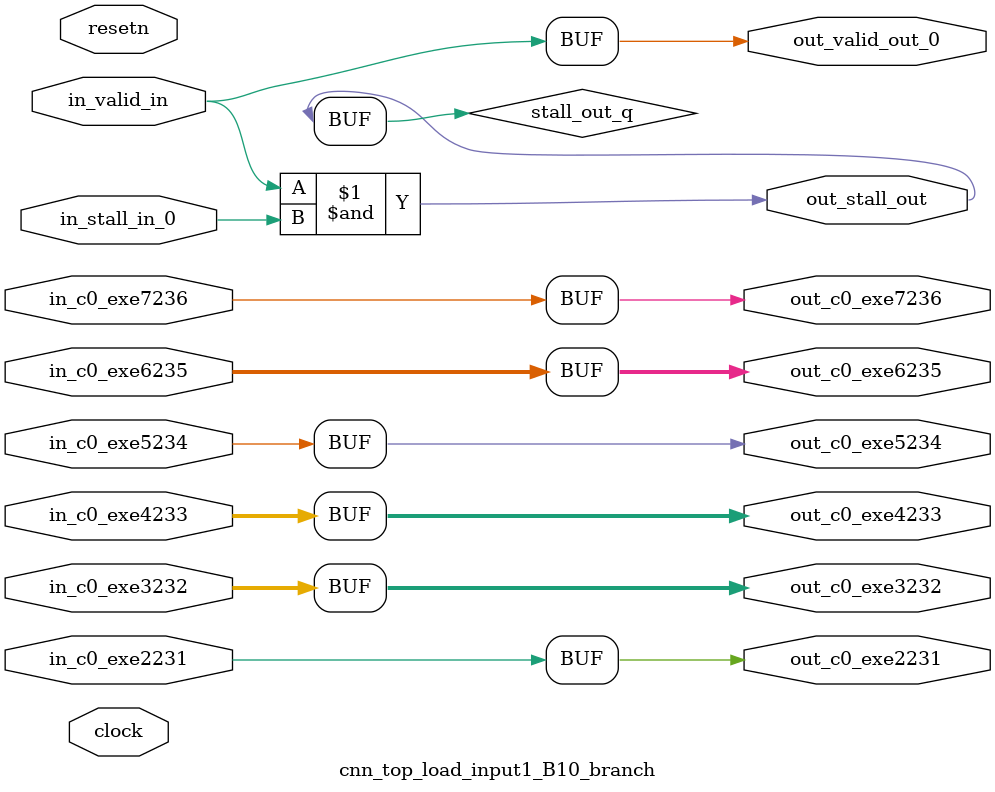
<source format=sv>



(* altera_attribute = "-name AUTO_SHIFT_REGISTER_RECOGNITION OFF; -name MESSAGE_DISABLE 10036; -name MESSAGE_DISABLE 10037; -name MESSAGE_DISABLE 14130; -name MESSAGE_DISABLE 14320; -name MESSAGE_DISABLE 15400; -name MESSAGE_DISABLE 14130; -name MESSAGE_DISABLE 10036; -name MESSAGE_DISABLE 12020; -name MESSAGE_DISABLE 12030; -name MESSAGE_DISABLE 12010; -name MESSAGE_DISABLE 12110; -name MESSAGE_DISABLE 14320; -name MESSAGE_DISABLE 13410; -name MESSAGE_DISABLE 113007; -name MESSAGE_DISABLE 10958" *)
module cnn_top_load_input1_B10_branch (
    input wire [0:0] in_c0_exe2231,
    input wire [31:0] in_c0_exe3232,
    input wire [31:0] in_c0_exe4233,
    input wire [0:0] in_c0_exe5234,
    input wire [31:0] in_c0_exe6235,
    input wire [0:0] in_c0_exe7236,
    input wire [0:0] in_stall_in_0,
    input wire [0:0] in_valid_in,
    output wire [0:0] out_c0_exe2231,
    output wire [31:0] out_c0_exe3232,
    output wire [31:0] out_c0_exe4233,
    output wire [0:0] out_c0_exe5234,
    output wire [31:0] out_c0_exe6235,
    output wire [0:0] out_c0_exe7236,
    output wire [0:0] out_stall_out,
    output wire [0:0] out_valid_out_0,
    input wire clock,
    input wire resetn
    );

    wire [0:0] stall_out_q;


    // out_c0_exe2231(GPOUT,10)
    assign out_c0_exe2231 = in_c0_exe2231;

    // out_c0_exe3232(GPOUT,11)
    assign out_c0_exe3232 = in_c0_exe3232;

    // out_c0_exe4233(GPOUT,12)
    assign out_c0_exe4233 = in_c0_exe4233;

    // out_c0_exe5234(GPOUT,13)
    assign out_c0_exe5234 = in_c0_exe5234;

    // out_c0_exe6235(GPOUT,14)
    assign out_c0_exe6235 = in_c0_exe6235;

    // out_c0_exe7236(GPOUT,15)
    assign out_c0_exe7236 = in_c0_exe7236;

    // stall_out(LOGICAL,18)
    assign stall_out_q = in_valid_in & in_stall_in_0;

    // out_stall_out(GPOUT,16)
    assign out_stall_out = stall_out_q;

    // out_valid_out_0(GPOUT,17)
    assign out_valid_out_0 = in_valid_in;

endmodule

</source>
